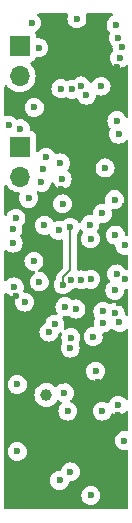
<source format=gbr>
%TF.GenerationSoftware,KiCad,Pcbnew,8.0.0*%
%TF.CreationDate,2025-08-14T01:21:05-07:00*%
%TF.ProjectId,it sure is getting hot in here,69742073-7572-4652-9069-732067657474,rev?*%
%TF.SameCoordinates,Original*%
%TF.FileFunction,Copper,L3,Inr*%
%TF.FilePolarity,Positive*%
%FSLAX46Y46*%
G04 Gerber Fmt 4.6, Leading zero omitted, Abs format (unit mm)*
G04 Created by KiCad (PCBNEW 8.0.0) date 2025-08-14 01:21:05*
%MOMM*%
%LPD*%
G01*
G04 APERTURE LIST*
%TA.AperFunction,ComponentPad*%
%ADD10R,1.700000X1.700000*%
%TD*%
%TA.AperFunction,ComponentPad*%
%ADD11O,1.700000X1.700000*%
%TD*%
%TA.AperFunction,ViaPad*%
%ADD12C,0.600000*%
%TD*%
%TA.AperFunction,ViaPad*%
%ADD13C,1.000000*%
%TD*%
%TA.AperFunction,Conductor*%
%ADD14C,0.200000*%
%TD*%
G04 APERTURE END LIST*
D10*
%TO.N,Net-(J2-Pin_1)*%
%TO.C,J2*%
X1625600Y30713600D03*
D11*
%TO.N,Net-(J2-Pin_2)*%
X1625600Y28173600D03*
%TD*%
D10*
%TO.N,Net-(J1-Pin_1)*%
%TO.C,J1*%
X1580800Y39219200D03*
D11*
%TO.N,Net-(J1-Pin_2)*%
X1580800Y36679200D03*
%TD*%
D12*
%TO.N,/SCL*%
X9654819Y16642634D03*
%TO.N,+3V3*%
X10030800Y15834200D03*
%TO.N,GND*%
X1305800Y12144200D03*
%TO.N,/SDA*%
X1380800Y4894200D03*
X7605800Y1169200D03*
X10455800Y19469200D03*
%TO.N,/SCL*%
X9780607Y19926599D03*
%TO.N,GND*%
X5130800Y10869200D03*
%TO.N,+3V3*%
X5355798Y9869200D03*
%TO.N,GND*%
X4004928Y7614469D03*
X7830800Y4994200D03*
%TO.N,+3V3*%
X5661563Y8306839D03*
%TO.N,/QSPI_SDO*%
X5905800Y14544200D03*
X7605800Y19469200D03*
%TO.N,/QSPI_SCLK*%
X6805800Y19426598D03*
X5855800Y13643824D03*
%TO.N,/QSPI_SD3*%
X6345361Y16958033D03*
X5955798Y19426550D03*
D13*
%TO.N,GND*%
X7180800Y9644200D03*
D12*
X6380248Y27574298D03*
X10240781Y34644144D03*
X8555800Y30056432D03*
D13*
X7305800Y2713244D03*
D12*
X2775420Y15394580D03*
X9855800Y37419200D03*
X800000Y20929600D03*
X4696518Y21725689D03*
X9990876Y17452373D03*
X8136431Y36729580D03*
X8082700Y29744200D03*
X8243600Y10744200D03*
X6718300Y39119200D03*
X9661074Y20970735D03*
X1244600Y18034000D03*
X1380800Y6119200D03*
X9555800Y14819200D03*
X5105800Y27124600D03*
X7820000Y9215796D03*
X4955800Y40419200D03*
X9930000Y7994200D03*
X10480800Y25719200D03*
X5860842Y15794200D03*
X1380800Y7969200D03*
X6782700Y31623000D03*
%TO.N,+3V3*%
X1118099Y18834138D03*
X10452920Y5822080D03*
X684001Y32513600D03*
X10480800Y22344200D03*
X9930800Y39919200D03*
X9805800Y32894200D03*
X1019247Y22527792D03*
X5208584Y25860239D03*
X3425343Y27678959D03*
X10036099Y38201961D03*
X1380800Y10569000D03*
X9639250Y18533410D03*
D13*
X3830800Y9669200D03*
D12*
X2005800Y17544200D03*
X5415745Y17151600D03*
X9610063Y26213537D03*
%TO.N,+1V1*%
X5866402Y23869200D03*
X5264144Y19023068D03*
%TO.N,/BATT SENSE *%
X8577184Y8315025D03*
X3255800Y19269200D03*
%TO.N,/USB_D+*%
X4560842Y15686511D03*
X5880800Y3169200D03*
%TO.N,/USB_D-*%
X4955800Y2444200D03*
X4062769Y14997723D03*
%TO.N,/SWD*%
X3680800Y24044200D03*
%TO.N,/SWCLK*%
X4866400Y23626602D03*
%TO.N,/BOOTSEL*%
X9926845Y8799116D03*
%TO.N,/QSPI_SS*%
X8005800Y11694200D03*
X8632263Y16755547D03*
%TO.N,/LEDINDICATION*%
X1630800Y32219200D03*
X9680796Y23219200D03*
%TO.N,/MAX_CS*%
X5180800Y27958845D03*
X2788449Y20996976D03*
%TO.N,Net-(U3-ISENSOR)*%
X6430800Y41519200D03*
X9740035Y41015077D03*
%TO.N,/SCLK*%
X5987579Y35545956D03*
X1261995Y24627025D03*
X3551925Y28819037D03*
%TO.N,/DRDY*%
X7580800Y22894200D03*
X9955800Y31769200D03*
%TO.N,/QSPI_SD1*%
X8660147Y15770722D03*
X7805800Y14619200D03*
%TO.N,/MISO*%
X8809123Y28900535D03*
X8464569Y35825609D03*
X2334246Y26336661D03*
%TO.N,/MOSI*%
X1008865Y23741202D03*
X5068880Y35606700D03*
X3805800Y29794200D03*
X5030800Y29319200D03*
%TO.N,Net-(J1-Pin_2)*%
X3180800Y39069200D03*
X2580800Y41169200D03*
%TO.N,Net-(U1-BIAS)*%
X2816351Y34018280D03*
X7230800Y35069200D03*
%TO.N,/MAX2_CS*%
X7530800Y24094200D03*
X6749862Y35841006D03*
%TO.N,/DRDY2*%
X8580800Y25044200D03*
X10241819Y39179199D03*
%TD*%
D14*
%TO.N,+1V1*%
X5866402Y23869200D02*
X5866402Y20231394D01*
X5866402Y20231394D02*
X5264144Y19629136D01*
X5264144Y19629136D02*
X5264144Y19023068D01*
%TD*%
%TA.AperFunction,Conductor*%
%TO.N,GND*%
G36*
X5641019Y41974015D02*
G01*
X5686774Y41921211D01*
X5696718Y41852053D01*
X5691022Y41828746D01*
X5645432Y41698458D01*
X5645430Y41698450D01*
X5625235Y41519204D01*
X5625235Y41519197D01*
X5645430Y41339951D01*
X5645431Y41339946D01*
X5705011Y41169677D01*
X5765729Y41073046D01*
X5800984Y41016938D01*
X5928538Y40889384D01*
X6081278Y40793411D01*
X6177699Y40759672D01*
X6251545Y40733832D01*
X6251550Y40733831D01*
X6430796Y40713635D01*
X6430800Y40713635D01*
X6430804Y40713635D01*
X6610049Y40733831D01*
X6610052Y40733832D01*
X6610055Y40733832D01*
X6780322Y40793411D01*
X6933062Y40889384D01*
X7060616Y41016938D01*
X7156589Y41169678D01*
X7216168Y41339945D01*
X7216169Y41339951D01*
X7236365Y41519197D01*
X7236365Y41519204D01*
X7216169Y41698450D01*
X7216167Y41698458D01*
X7170578Y41828746D01*
X7167017Y41898525D01*
X7201746Y41959152D01*
X7263739Y41991379D01*
X7287620Y41993700D01*
X9383258Y41993700D01*
X9450297Y41974015D01*
X9496052Y41921211D01*
X9505996Y41852053D01*
X9476971Y41788497D01*
X9424212Y41752658D01*
X9390513Y41740867D01*
X9237772Y41644893D01*
X9110219Y41517340D01*
X9014246Y41364601D01*
X8954666Y41194332D01*
X8954665Y41194327D01*
X8934470Y41015081D01*
X8934470Y41015074D01*
X8954665Y40835828D01*
X8954666Y40835823D01*
X9014246Y40665554D01*
X9110219Y40512815D01*
X9192699Y40430335D01*
X9226184Y40369012D01*
X9221200Y40299320D01*
X9210015Y40276687D01*
X9205009Y40268721D01*
X9145433Y40098463D01*
X9145430Y40098450D01*
X9125235Y39919204D01*
X9125235Y39919197D01*
X9145430Y39739951D01*
X9145431Y39739946D01*
X9205011Y39569677D01*
X9300984Y39416938D01*
X9404404Y39313518D01*
X9437889Y39252195D01*
X9439944Y39211957D01*
X9436254Y39179198D01*
X9436254Y39179196D01*
X9456449Y38999950D01*
X9456452Y38999937D01*
X9494367Y38891585D01*
X9497929Y38821806D01*
X9465008Y38762949D01*
X9406283Y38704224D01*
X9310310Y38551485D01*
X9250730Y38381216D01*
X9250729Y38381211D01*
X9230534Y38201965D01*
X9230534Y38201958D01*
X9250729Y38022712D01*
X9250730Y38022707D01*
X9310310Y37852438D01*
X9384825Y37733849D01*
X9406283Y37699699D01*
X9533837Y37572145D01*
X9583503Y37540938D01*
X9679359Y37480707D01*
X9686577Y37476172D01*
X9856844Y37416593D01*
X9856849Y37416592D01*
X10036095Y37396396D01*
X10036099Y37396396D01*
X10036103Y37396396D01*
X10215348Y37416592D01*
X10215351Y37416593D01*
X10215354Y37416593D01*
X10385621Y37476172D01*
X10538361Y37572145D01*
X10568619Y37602403D01*
X10629942Y37635888D01*
X10699634Y37630904D01*
X10755567Y37589032D01*
X10779984Y37523568D01*
X10780300Y37514722D01*
X10780300Y33262761D01*
X10760615Y33195722D01*
X10707811Y33149967D01*
X10638653Y33140023D01*
X10575097Y33169048D01*
X10539259Y33221805D01*
X10531590Y33243721D01*
X10435615Y33396463D01*
X10308062Y33524016D01*
X10155323Y33619989D01*
X9985054Y33679569D01*
X9985049Y33679570D01*
X9805804Y33699765D01*
X9805796Y33699765D01*
X9626550Y33679570D01*
X9626545Y33679569D01*
X9456276Y33619989D01*
X9303537Y33524016D01*
X9175984Y33396463D01*
X9080011Y33243724D01*
X9020431Y33073455D01*
X9020430Y33073450D01*
X9000235Y32894204D01*
X9000235Y32894197D01*
X9020430Y32714951D01*
X9020431Y32714946D01*
X9080011Y32544677D01*
X9148148Y32436239D01*
X9175984Y32391938D01*
X9244668Y32323254D01*
X9278152Y32261930D01*
X9273167Y32192239D01*
X9261980Y32169602D01*
X9230009Y32118721D01*
X9170433Y31948463D01*
X9170430Y31948450D01*
X9150235Y31769204D01*
X9150235Y31769197D01*
X9170430Y31589951D01*
X9170431Y31589946D01*
X9230011Y31419677D01*
X9315624Y31283426D01*
X9325984Y31266938D01*
X9453538Y31139384D01*
X9606278Y31043411D01*
X9776545Y30983832D01*
X9776550Y30983831D01*
X9955796Y30963635D01*
X9955800Y30963635D01*
X9955804Y30963635D01*
X10135049Y30983831D01*
X10135052Y30983832D01*
X10135055Y30983832D01*
X10305322Y31043411D01*
X10458062Y31139384D01*
X10568619Y31249941D01*
X10629942Y31283426D01*
X10699634Y31278442D01*
X10755567Y31236570D01*
X10779984Y31171106D01*
X10780300Y31162260D01*
X10780300Y23254777D01*
X10760615Y23187738D01*
X10707811Y23141983D01*
X10642418Y23131557D01*
X10592623Y23137167D01*
X10528208Y23164233D01*
X10488653Y23221827D01*
X10483285Y23246504D01*
X10466165Y23398450D01*
X10466164Y23398455D01*
X10411132Y23555726D01*
X10406585Y23568722D01*
X10391997Y23591938D01*
X10362610Y23638707D01*
X10310612Y23721462D01*
X10183058Y23849016D01*
X10157698Y23864951D01*
X10030319Y23944989D01*
X9860050Y24004569D01*
X9860045Y24004570D01*
X9680800Y24024765D01*
X9680792Y24024765D01*
X9501546Y24004570D01*
X9501541Y24004569D01*
X9331272Y23944989D01*
X9178533Y23849016D01*
X9050980Y23721463D01*
X8955007Y23568724D01*
X8895427Y23398455D01*
X8895426Y23398450D01*
X8875231Y23219204D01*
X8875231Y23219197D01*
X8895426Y23039951D01*
X8895427Y23039946D01*
X8955007Y22869677D01*
X8985570Y22821037D01*
X9050980Y22716938D01*
X9178534Y22589384D01*
X9331274Y22493411D01*
X9501541Y22433832D01*
X9501546Y22433831D01*
X9568973Y22426234D01*
X9633387Y22399168D01*
X9672942Y22341573D01*
X9678310Y22316898D01*
X9695430Y22164950D01*
X9695431Y22164946D01*
X9755011Y21994677D01*
X9796900Y21928012D01*
X9850984Y21841938D01*
X9978538Y21714384D01*
X10068880Y21657618D01*
X10117939Y21626792D01*
X10131278Y21618411D01*
X10181299Y21600908D01*
X10301545Y21558832D01*
X10301550Y21558831D01*
X10480796Y21538635D01*
X10480800Y21538635D01*
X10480804Y21538635D01*
X10642417Y21556844D01*
X10711239Y21544789D01*
X10762618Y21497440D01*
X10780300Y21433624D01*
X10780300Y20376909D01*
X10760615Y20309870D01*
X10707811Y20264115D01*
X10642073Y20254663D01*
X10641975Y20253789D01*
X10570507Y20261842D01*
X10506093Y20288909D01*
X10479397Y20319090D01*
X10410422Y20428862D01*
X10282869Y20556415D01*
X10130130Y20652388D01*
X9959861Y20711968D01*
X9959856Y20711969D01*
X9780611Y20732164D01*
X9780603Y20732164D01*
X9601357Y20711969D01*
X9601352Y20711968D01*
X9431083Y20652388D01*
X9278344Y20556415D01*
X9150791Y20428862D01*
X9054818Y20276123D01*
X8995238Y20105854D01*
X8995237Y20105849D01*
X8975042Y19926603D01*
X8975042Y19926596D01*
X8995237Y19747350D01*
X8995238Y19747345D01*
X9054818Y19577076D01*
X9150791Y19424337D01*
X9195869Y19379259D01*
X9229354Y19317936D01*
X9224370Y19248244D01*
X9182498Y19192311D01*
X9174163Y19186586D01*
X9136989Y19163227D01*
X9136987Y19163226D01*
X9009434Y19035673D01*
X8913461Y18882934D01*
X8853881Y18712665D01*
X8853880Y18712660D01*
X8833685Y18533414D01*
X8833685Y18533407D01*
X8853880Y18354161D01*
X8853881Y18354156D01*
X8913461Y18183887D01*
X8960925Y18108349D01*
X9009434Y18031148D01*
X9136988Y17903594D01*
X9289728Y17807621D01*
X9364618Y17781416D01*
X9459995Y17748042D01*
X9460000Y17748041D01*
X9639246Y17727845D01*
X9639250Y17727845D01*
X9639254Y17727845D01*
X9818499Y17748041D01*
X9818502Y17748042D01*
X9818505Y17748042D01*
X9988772Y17807621D01*
X10141512Y17903594D01*
X10269066Y18031148D01*
X10365039Y18183888D01*
X10424618Y18354155D01*
X10425208Y18359391D01*
X10444815Y18533407D01*
X10444815Y18533411D01*
X10444348Y18537553D01*
X10444815Y18540221D01*
X10444815Y18540374D01*
X10444842Y18540374D01*
X10456398Y18606375D01*
X10503744Y18657758D01*
X10553684Y18674664D01*
X10563303Y18675748D01*
X10641977Y18684611D01*
X10642323Y18681534D01*
X10698360Y18678141D01*
X10754748Y18636884D01*
X10779880Y18571691D01*
X10780300Y18561492D01*
X10780300Y16516140D01*
X10760615Y16449101D01*
X10707811Y16403346D01*
X10638653Y16393402D01*
X10575097Y16422427D01*
X10568619Y16428459D01*
X10533062Y16464016D01*
X10512366Y16477020D01*
X10466075Y16529355D01*
X10455118Y16595899D01*
X10460384Y16642633D01*
X10460384Y16642638D01*
X10440188Y16821884D01*
X10440187Y16821889D01*
X10380608Y16992156D01*
X10284635Y17144896D01*
X10157081Y17272450D01*
X10098812Y17309063D01*
X10004342Y17368423D01*
X9834073Y17428003D01*
X9834068Y17428004D01*
X9654823Y17448199D01*
X9654815Y17448199D01*
X9475569Y17428004D01*
X9475556Y17428001D01*
X9305297Y17368424D01*
X9305296Y17368424D01*
X9294547Y17361670D01*
X9227309Y17342675D01*
X9160475Y17363046D01*
X9140901Y17378987D01*
X9134525Y17385363D01*
X8981786Y17481336D01*
X8811517Y17540916D01*
X8811512Y17540917D01*
X8632267Y17561112D01*
X8632259Y17561112D01*
X8453013Y17540917D01*
X8453008Y17540916D01*
X8282739Y17481336D01*
X8130000Y17385363D01*
X8002447Y17257810D01*
X7906474Y17105071D01*
X7846894Y16934802D01*
X7846893Y16934797D01*
X7826698Y16755551D01*
X7826698Y16755544D01*
X7846893Y16576298D01*
X7846894Y16576293D01*
X7906474Y16406023D01*
X7968746Y16306920D01*
X7987747Y16239683D01*
X7968748Y16174976D01*
X7934355Y16120240D01*
X7874780Y15949985D01*
X7874777Y15949972D01*
X7854582Y15770726D01*
X7854582Y15770719D01*
X7874777Y15591473D01*
X7874779Y15591467D01*
X7876925Y15585334D01*
X7880488Y15515555D01*
X7845760Y15454927D01*
X7783767Y15422699D01*
X7773768Y15421157D01*
X7626549Y15404570D01*
X7626545Y15404569D01*
X7456276Y15344989D01*
X7303537Y15249016D01*
X7175984Y15121463D01*
X7080011Y14968724D01*
X7020431Y14798455D01*
X7020430Y14798450D01*
X7000235Y14619204D01*
X7000235Y14619197D01*
X7020430Y14439951D01*
X7020431Y14439946D01*
X7080011Y14269677D01*
X7165389Y14133800D01*
X7175984Y14116938D01*
X7303538Y13989384D01*
X7456278Y13893411D01*
X7626545Y13833832D01*
X7626550Y13833831D01*
X7805796Y13813635D01*
X7805800Y13813635D01*
X7805804Y13813635D01*
X7985049Y13833831D01*
X7985052Y13833832D01*
X7985055Y13833832D01*
X8155322Y13893411D01*
X8308062Y13989384D01*
X8435616Y14116938D01*
X8531589Y14269678D01*
X8591168Y14439945D01*
X8597423Y14495461D01*
X8611365Y14619197D01*
X8611365Y14619204D01*
X8591169Y14798450D01*
X8591168Y14798456D01*
X8589023Y14804584D01*
X8585457Y14874362D01*
X8620182Y14934992D01*
X8682173Y14967223D01*
X8692179Y14968766D01*
X8839396Y14985353D01*
X8839399Y14985354D01*
X8839402Y14985354D01*
X9009669Y15044933D01*
X9162409Y15140906D01*
X9289534Y15268032D01*
X9350853Y15301514D01*
X9420545Y15296530D01*
X9464893Y15268029D01*
X9528538Y15204384D01*
X9611493Y15152260D01*
X9629562Y15140906D01*
X9681278Y15108411D01*
X9829074Y15056695D01*
X9851545Y15048832D01*
X9851550Y15048831D01*
X10030796Y15028635D01*
X10030800Y15028635D01*
X10030804Y15028635D01*
X10210049Y15048831D01*
X10210052Y15048832D01*
X10210055Y15048832D01*
X10380322Y15108411D01*
X10533062Y15204384D01*
X10568619Y15239941D01*
X10629942Y15273426D01*
X10699634Y15268442D01*
X10755567Y15226570D01*
X10779984Y15161106D01*
X10780300Y15152260D01*
X10780300Y9375315D01*
X10760615Y9308276D01*
X10707811Y9262521D01*
X10638653Y9252577D01*
X10575097Y9281602D01*
X10559354Y9298000D01*
X10556664Y9301373D01*
X10556661Y9301378D01*
X10429107Y9428932D01*
X10358865Y9473068D01*
X10276368Y9524905D01*
X10106099Y9584485D01*
X10106094Y9584486D01*
X9926849Y9604681D01*
X9926841Y9604681D01*
X9747595Y9584486D01*
X9747590Y9584485D01*
X9577321Y9524905D01*
X9424582Y9428932D01*
X9297029Y9301379D01*
X9201054Y9148636D01*
X9172033Y9065699D01*
X9131311Y9008923D01*
X9066359Y8983176D01*
X8997797Y8996632D01*
X8989020Y9001660D01*
X8926707Y9040814D01*
X8756438Y9100394D01*
X8756433Y9100395D01*
X8577188Y9120590D01*
X8577180Y9120590D01*
X8397934Y9100395D01*
X8397929Y9100394D01*
X8227660Y9040814D01*
X8074921Y8944841D01*
X7947368Y8817288D01*
X7851395Y8664549D01*
X7791815Y8494280D01*
X7791814Y8494275D01*
X7771619Y8315029D01*
X7771619Y8315022D01*
X7791814Y8135776D01*
X7791815Y8135771D01*
X7851395Y7965502D01*
X7856539Y7957316D01*
X7947368Y7812763D01*
X8074922Y7685209D01*
X8227662Y7589236D01*
X8397929Y7529657D01*
X8397934Y7529656D01*
X8577180Y7509460D01*
X8577184Y7509460D01*
X8577188Y7509460D01*
X8756433Y7529656D01*
X8756436Y7529657D01*
X8756439Y7529657D01*
X8926706Y7589236D01*
X9079446Y7685209D01*
X9207000Y7812763D01*
X9302973Y7965503D01*
X9312788Y7993551D01*
X9331994Y8048441D01*
X9372715Y8105218D01*
X9437668Y8130966D01*
X9506229Y8117510D01*
X9515008Y8112482D01*
X9577323Y8073327D01*
X9747590Y8013748D01*
X9747595Y8013747D01*
X9926841Y7993551D01*
X9926845Y7993551D01*
X9926849Y7993551D01*
X10106094Y8013747D01*
X10106097Y8013748D01*
X10106100Y8013748D01*
X10276367Y8073327D01*
X10429107Y8169300D01*
X10556661Y8296854D01*
X10556666Y8296864D01*
X10559350Y8300227D01*
X10616537Y8340370D01*
X10686349Y8343222D01*
X10746620Y8307879D01*
X10778215Y8245561D01*
X10780300Y8222918D01*
X10780300Y6729131D01*
X10760615Y6662092D01*
X10707811Y6616337D01*
X10638653Y6606393D01*
X10634188Y6607222D01*
X10452924Y6627645D01*
X10452916Y6627645D01*
X10273670Y6607450D01*
X10273665Y6607449D01*
X10103396Y6547869D01*
X9950657Y6451896D01*
X9823104Y6324343D01*
X9727131Y6171604D01*
X9667551Y6001335D01*
X9667550Y6001330D01*
X9647355Y5822084D01*
X9647355Y5822077D01*
X9667550Y5642831D01*
X9667551Y5642826D01*
X9727131Y5472557D01*
X9774945Y5396462D01*
X9823104Y5319818D01*
X9950658Y5192264D01*
X10103398Y5096291D01*
X10125538Y5088544D01*
X10273665Y5036712D01*
X10273670Y5036711D01*
X10452916Y5016515D01*
X10452920Y5016515D01*
X10452924Y5016515D01*
X10639096Y5037491D01*
X10639347Y5035263D01*
X10698413Y5031660D01*
X10754782Y4990377D01*
X10779884Y4925173D01*
X10780300Y4915030D01*
X10780300Y118700D01*
X10760615Y51661D01*
X10707811Y5906D01*
X10656300Y-5300D01*
X405300Y-5300D01*
X338261Y14385D01*
X292506Y67189D01*
X281300Y118700D01*
X281300Y1169197D01*
X6800235Y1169197D01*
X6820430Y989951D01*
X6820431Y989946D01*
X6880011Y819677D01*
X6975984Y666938D01*
X7103538Y539384D01*
X7256278Y443411D01*
X7426545Y383832D01*
X7426550Y383831D01*
X7605796Y363635D01*
X7605800Y363635D01*
X7605804Y363635D01*
X7785049Y383831D01*
X7785052Y383832D01*
X7785055Y383832D01*
X7955322Y443411D01*
X8108062Y539384D01*
X8235616Y666938D01*
X8331589Y819678D01*
X8391168Y989945D01*
X8411365Y1169200D01*
X8391168Y1348455D01*
X8331589Y1518722D01*
X8235616Y1671462D01*
X8108062Y1799016D01*
X8083604Y1814384D01*
X7955323Y1894989D01*
X7785054Y1954569D01*
X7785049Y1954570D01*
X7605804Y1974765D01*
X7605796Y1974765D01*
X7426550Y1954570D01*
X7426545Y1954569D01*
X7256276Y1894989D01*
X7103537Y1799016D01*
X6975984Y1671463D01*
X6880011Y1518724D01*
X6820431Y1348455D01*
X6820430Y1348450D01*
X6800235Y1169204D01*
X6800235Y1169197D01*
X281300Y1169197D01*
X281300Y2444197D01*
X4150235Y2444197D01*
X4170430Y2264951D01*
X4170431Y2264946D01*
X4230011Y2094677D01*
X4305357Y1974765D01*
X4325984Y1941938D01*
X4453538Y1814384D01*
X4606278Y1718411D01*
X4740448Y1671463D01*
X4776545Y1658832D01*
X4776550Y1658831D01*
X4955796Y1638635D01*
X4955800Y1638635D01*
X4955804Y1638635D01*
X5135049Y1658831D01*
X5135052Y1658832D01*
X5135055Y1658832D01*
X5305322Y1718411D01*
X5458062Y1814384D01*
X5585616Y1941938D01*
X5681589Y2094678D01*
X5741168Y2264945D01*
X5741168Y2264952D01*
X5741969Y2268456D01*
X5743111Y2270499D01*
X5743468Y2271518D01*
X5743646Y2271456D01*
X5776074Y2329437D01*
X5837733Y2362299D01*
X5876746Y2364092D01*
X5880800Y2363635D01*
X5993552Y2376340D01*
X6060049Y2383831D01*
X6060052Y2383832D01*
X6060055Y2383832D01*
X6230322Y2443411D01*
X6383062Y2539384D01*
X6510616Y2666938D01*
X6606589Y2819678D01*
X6666168Y2989945D01*
X6666169Y2989951D01*
X6686365Y3169197D01*
X6686365Y3169204D01*
X6666169Y3348450D01*
X6666168Y3348455D01*
X6606588Y3518724D01*
X6510615Y3671463D01*
X6383062Y3799016D01*
X6230323Y3894989D01*
X6060054Y3954569D01*
X6060049Y3954570D01*
X5880804Y3974765D01*
X5880796Y3974765D01*
X5701550Y3954570D01*
X5701545Y3954569D01*
X5531276Y3894989D01*
X5378537Y3799016D01*
X5250984Y3671463D01*
X5155010Y3518722D01*
X5095430Y3348449D01*
X5094625Y3344922D01*
X5093480Y3342878D01*
X5093133Y3341883D01*
X5092958Y3341944D01*
X5060509Y3283948D01*
X4998844Y3251097D01*
X4959859Y3249308D01*
X4955801Y3249765D01*
X4955796Y3249765D01*
X4776550Y3229570D01*
X4776545Y3229569D01*
X4606276Y3169989D01*
X4453537Y3074016D01*
X4325984Y2946463D01*
X4230011Y2793724D01*
X4170431Y2623455D01*
X4170430Y2623450D01*
X4150235Y2444204D01*
X4150235Y2444197D01*
X281300Y2444197D01*
X281300Y4894197D01*
X575235Y4894197D01*
X595430Y4714951D01*
X595431Y4714946D01*
X655011Y4544677D01*
X750984Y4391938D01*
X878538Y4264384D01*
X1031278Y4168411D01*
X1201545Y4108832D01*
X1201550Y4108831D01*
X1380796Y4088635D01*
X1380800Y4088635D01*
X1380804Y4088635D01*
X1560049Y4108831D01*
X1560052Y4108832D01*
X1560055Y4108832D01*
X1730322Y4168411D01*
X1883062Y4264384D01*
X2010616Y4391938D01*
X2106589Y4544678D01*
X2166168Y4714945D01*
X2186365Y4894200D01*
X2182875Y4925173D01*
X2166169Y5073450D01*
X2166168Y5073455D01*
X2124595Y5192264D01*
X2106589Y5243722D01*
X2010616Y5396462D01*
X1883062Y5524016D01*
X1730323Y5619989D01*
X1560054Y5679569D01*
X1560049Y5679570D01*
X1380804Y5699765D01*
X1380796Y5699765D01*
X1201550Y5679570D01*
X1201545Y5679569D01*
X1031276Y5619989D01*
X878537Y5524016D01*
X750984Y5396463D01*
X655011Y5243724D01*
X595431Y5073455D01*
X595430Y5073450D01*
X575235Y4894204D01*
X575235Y4894197D01*
X281300Y4894197D01*
X281300Y9669200D01*
X2825459Y9669200D01*
X2844775Y9473071D01*
X2844776Y9473068D01*
X2896856Y9301383D01*
X2901988Y9284467D01*
X2994886Y9110668D01*
X2994890Y9110661D01*
X3119916Y8958317D01*
X3272260Y8833291D01*
X3272267Y8833287D01*
X3446066Y8740389D01*
X3446069Y8740389D01*
X3446073Y8740386D01*
X3634668Y8683176D01*
X3830800Y8663859D01*
X4026932Y8683176D01*
X4215527Y8740386D01*
X4389338Y8833290D01*
X4541683Y8958317D01*
X4666710Y9110662D01*
X4702483Y9177590D01*
X4751444Y9227433D01*
X4819581Y9242894D01*
X4877812Y9224131D01*
X5006276Y9143411D01*
X5006278Y9143410D01*
X5086526Y9115329D01*
X5143302Y9074608D01*
X5169049Y9009655D01*
X5155593Y8941093D01*
X5133253Y8910607D01*
X5031746Y8809100D01*
X4935774Y8656363D01*
X4876194Y8486094D01*
X4876193Y8486089D01*
X4855998Y8306843D01*
X4855998Y8306836D01*
X4876193Y8127590D01*
X4876194Y8127585D01*
X4935774Y7957316D01*
X5026603Y7812763D01*
X5031747Y7804577D01*
X5159301Y7677023D01*
X5312041Y7581050D01*
X5458914Y7529657D01*
X5482308Y7521471D01*
X5482313Y7521470D01*
X5661559Y7501274D01*
X5661563Y7501274D01*
X5661567Y7501274D01*
X5840812Y7521470D01*
X5840815Y7521471D01*
X5840818Y7521471D01*
X6011085Y7581050D01*
X6163825Y7677023D01*
X6291379Y7804577D01*
X6387352Y7957317D01*
X6446931Y8127584D01*
X6447312Y8130966D01*
X6467128Y8306836D01*
X6467128Y8306843D01*
X6446932Y8486089D01*
X6446931Y8486094D01*
X6387351Y8656363D01*
X6348145Y8718759D01*
X6291379Y8809101D01*
X6163825Y8936655D01*
X6129350Y8958317D01*
X6011083Y9032630D01*
X5930833Y9060711D01*
X5874058Y9101433D01*
X5848311Y9166386D01*
X5861768Y9234948D01*
X5884102Y9265427D01*
X5985614Y9366938D01*
X6081587Y9519678D01*
X6141166Y9689945D01*
X6141167Y9689951D01*
X6161363Y9869197D01*
X6161363Y9869204D01*
X6141167Y10048450D01*
X6141166Y10048455D01*
X6139249Y10053934D01*
X6081587Y10218722D01*
X6062463Y10249157D01*
X6007029Y10337380D01*
X5985614Y10371462D01*
X5858060Y10499016D01*
X5858058Y10499017D01*
X5705321Y10594989D01*
X5535052Y10654569D01*
X5535047Y10654570D01*
X5355802Y10674765D01*
X5355794Y10674765D01*
X5176548Y10654570D01*
X5176543Y10654569D01*
X5006274Y10594989D01*
X4853537Y10499017D01*
X4725384Y10370864D01*
X4664061Y10337380D01*
X4594369Y10342364D01*
X4546658Y10376444D01*
X4545991Y10375776D01*
X4541985Y10379782D01*
X4541856Y10379874D01*
X4541686Y10380081D01*
X4541685Y10380082D01*
X4389339Y10505110D01*
X4389332Y10505114D01*
X4215533Y10598012D01*
X4215527Y10598014D01*
X4029095Y10654568D01*
X4026929Y10655225D01*
X3830800Y10674541D01*
X3634670Y10655225D01*
X3446066Y10598012D01*
X3272267Y10505114D01*
X3272260Y10505110D01*
X3119916Y10380084D01*
X2994890Y10227740D01*
X2994886Y10227733D01*
X2901988Y10053934D01*
X2844775Y9865330D01*
X2825459Y9669200D01*
X281300Y9669200D01*
X281300Y10568997D01*
X575235Y10568997D01*
X595430Y10389751D01*
X595431Y10389746D01*
X655011Y10219477D01*
X750984Y10066738D01*
X878538Y9939184D01*
X968880Y9882418D01*
X996072Y9865332D01*
X1031278Y9843211D01*
X1201545Y9783632D01*
X1201550Y9783631D01*
X1380796Y9763435D01*
X1380800Y9763435D01*
X1380804Y9763435D01*
X1560049Y9783631D01*
X1560052Y9783632D01*
X1560055Y9783632D01*
X1730322Y9843211D01*
X1883062Y9939184D01*
X2010616Y10066738D01*
X2106589Y10219478D01*
X2166168Y10389745D01*
X2178480Y10499017D01*
X2186365Y10568997D01*
X2186365Y10569004D01*
X2166169Y10748250D01*
X2166168Y10748255D01*
X2109980Y10908831D01*
X2106589Y10918522D01*
X2010616Y11071262D01*
X1883062Y11198816D01*
X1730323Y11294789D01*
X1560054Y11354369D01*
X1560049Y11354370D01*
X1380804Y11374565D01*
X1380796Y11374565D01*
X1201550Y11354370D01*
X1201545Y11354369D01*
X1031276Y11294789D01*
X878537Y11198816D01*
X750984Y11071263D01*
X655011Y10918524D01*
X595431Y10748255D01*
X595430Y10748250D01*
X575235Y10569004D01*
X575235Y10568997D01*
X281300Y10568997D01*
X281300Y11694197D01*
X7200235Y11694197D01*
X7220430Y11514951D01*
X7220431Y11514946D01*
X7280011Y11344677D01*
X7311358Y11294789D01*
X7375984Y11191938D01*
X7503538Y11064384D01*
X7656278Y10968411D01*
X7798847Y10918524D01*
X7826545Y10908832D01*
X7826550Y10908831D01*
X8005796Y10888635D01*
X8005800Y10888635D01*
X8005804Y10888635D01*
X8185049Y10908831D01*
X8185052Y10908832D01*
X8185055Y10908832D01*
X8355322Y10968411D01*
X8508062Y11064384D01*
X8635616Y11191938D01*
X8731589Y11344678D01*
X8791168Y11514945D01*
X8811365Y11694200D01*
X8791168Y11873455D01*
X8731589Y12043722D01*
X8635616Y12196462D01*
X8508062Y12324016D01*
X8355323Y12419989D01*
X8185054Y12479569D01*
X8185049Y12479570D01*
X8005804Y12499765D01*
X8005796Y12499765D01*
X7826550Y12479570D01*
X7826545Y12479569D01*
X7656276Y12419989D01*
X7503537Y12324016D01*
X7375984Y12196463D01*
X7280011Y12043724D01*
X7220431Y11873455D01*
X7220430Y11873450D01*
X7200235Y11694204D01*
X7200235Y11694197D01*
X281300Y11694197D01*
X281300Y14997720D01*
X3257204Y14997720D01*
X3277399Y14818474D01*
X3277400Y14818469D01*
X3336980Y14648200D01*
X3355204Y14619197D01*
X3432953Y14495461D01*
X3560507Y14367907D01*
X3713247Y14271934D01*
X3883514Y14212355D01*
X3883519Y14212354D01*
X4062765Y14192158D01*
X4062769Y14192158D01*
X4062773Y14192158D01*
X4242018Y14212354D01*
X4242021Y14212355D01*
X4242024Y14212355D01*
X4412291Y14271934D01*
X4565031Y14367907D01*
X4692585Y14495461D01*
X4788558Y14648201D01*
X4848137Y14818468D01*
X4853959Y14870144D01*
X4881024Y14934555D01*
X4911201Y14961249D01*
X4986004Y15008250D01*
X5053238Y15027249D01*
X5120073Y15006881D01*
X5165287Y14953613D01*
X5174524Y14884357D01*
X5169015Y14862301D01*
X5120432Y14723458D01*
X5120430Y14723450D01*
X5100235Y14544204D01*
X5100235Y14544197D01*
X5120430Y14364951D01*
X5120433Y14364938D01*
X5180010Y14194679D01*
X5183031Y14188406D01*
X5180392Y14187136D01*
X5195809Y14132473D01*
X5176811Y14067829D01*
X5130008Y13993342D01*
X5070433Y13823087D01*
X5070430Y13823074D01*
X5050235Y13643828D01*
X5050235Y13643821D01*
X5070430Y13464575D01*
X5070431Y13464570D01*
X5130011Y13294301D01*
X5225984Y13141562D01*
X5353538Y13014008D01*
X5506278Y12918035D01*
X5676545Y12858456D01*
X5676550Y12858455D01*
X5855796Y12838259D01*
X5855800Y12838259D01*
X5855804Y12838259D01*
X6035049Y12858455D01*
X6035052Y12858456D01*
X6035055Y12858456D01*
X6205322Y12918035D01*
X6358062Y13014008D01*
X6485616Y13141562D01*
X6581589Y13294302D01*
X6641168Y13464569D01*
X6661365Y13643824D01*
X6642232Y13813635D01*
X6641169Y13823074D01*
X6641168Y13823079D01*
X6581586Y13993354D01*
X6578569Y13999619D01*
X6581213Y14000893D01*
X6565790Y14055511D01*
X6584790Y14120199D01*
X6592503Y14132473D01*
X6631589Y14194678D01*
X6691168Y14364945D01*
X6691502Y14367908D01*
X6711365Y14544197D01*
X6711365Y14544204D01*
X6691169Y14723450D01*
X6691168Y14723455D01*
X6657922Y14818467D01*
X6631589Y14893722D01*
X6535616Y15046462D01*
X6408062Y15174016D01*
X6391776Y15184249D01*
X6255323Y15269989D01*
X6085054Y15329569D01*
X6085049Y15329570D01*
X5905804Y15349765D01*
X5905796Y15349765D01*
X5726550Y15329570D01*
X5726545Y15329569D01*
X5556276Y15269989D01*
X5480640Y15222463D01*
X5413403Y15203463D01*
X5346568Y15223831D01*
X5301354Y15277099D01*
X5292117Y15346355D01*
X5297627Y15368412D01*
X5346208Y15507249D01*
X5346211Y15507262D01*
X5366407Y15686508D01*
X5366407Y15686515D01*
X5346211Y15865761D01*
X5346210Y15865766D01*
X5316740Y15949985D01*
X5286631Y16036033D01*
X5204156Y16167290D01*
X5185157Y16234525D01*
X5205525Y16301361D01*
X5258792Y16346575D01*
X5323034Y16356481D01*
X5365310Y16351718D01*
X5415743Y16346035D01*
X5415745Y16346035D01*
X5415749Y16346035D01*
X5594994Y16366231D01*
X5594995Y16366232D01*
X5595000Y16366232D01*
X5677088Y16394957D01*
X5746861Y16398519D01*
X5805720Y16365596D01*
X5843099Y16328217D01*
X5862022Y16316327D01*
X5992208Y16234525D01*
X5995839Y16232244D01*
X6120069Y16188774D01*
X6166106Y16172665D01*
X6166111Y16172664D01*
X6345357Y16152468D01*
X6345361Y16152468D01*
X6345365Y16152468D01*
X6524610Y16172664D01*
X6524613Y16172665D01*
X6524616Y16172665D01*
X6694883Y16232244D01*
X6847623Y16328217D01*
X6975177Y16455771D01*
X7071150Y16608511D01*
X7130729Y16778778D01*
X7133354Y16802077D01*
X7150926Y16958030D01*
X7150926Y16958037D01*
X7130730Y17137283D01*
X7130729Y17137288D01*
X7088557Y17257809D01*
X7071150Y17307555D01*
X7070202Y17309063D01*
X7022260Y17385363D01*
X6975177Y17460295D01*
X6847623Y17587849D01*
X6694884Y17683822D01*
X6524615Y17743402D01*
X6524610Y17743403D01*
X6345365Y17763598D01*
X6345357Y17763598D01*
X6166108Y17743402D01*
X6084019Y17714678D01*
X6014240Y17711117D01*
X5955384Y17744039D01*
X5918007Y17781416D01*
X5765268Y17877389D01*
X5594999Y17936969D01*
X5594994Y17936970D01*
X5415749Y17957165D01*
X5415741Y17957165D01*
X5236495Y17936970D01*
X5236490Y17936969D01*
X5066221Y17877389D01*
X4913482Y17781416D01*
X4785929Y17653863D01*
X4689956Y17501124D01*
X4630376Y17330855D01*
X4630375Y17330850D01*
X4610180Y17151604D01*
X4610180Y17151597D01*
X4630375Y16972351D01*
X4630376Y16972346D01*
X4689956Y16802077D01*
X4772429Y16670823D01*
X4791429Y16603586D01*
X4771061Y16536751D01*
X4717793Y16491537D01*
X4653552Y16481631D01*
X4560846Y16492076D01*
X4560838Y16492076D01*
X4381592Y16471881D01*
X4381587Y16471880D01*
X4211318Y16412300D01*
X4058579Y16316327D01*
X3931026Y16188774D01*
X3835052Y16036033D01*
X3775472Y15865761D01*
X3769651Y15814092D01*
X3742584Y15749678D01*
X3712403Y15722982D01*
X3560506Y15627539D01*
X3432953Y15499986D01*
X3336980Y15347247D01*
X3277400Y15176978D01*
X3277399Y15176973D01*
X3257204Y14997727D01*
X3257204Y14997720D01*
X281300Y14997720D01*
X281300Y18239497D01*
X300985Y18306536D01*
X353789Y18352291D01*
X422947Y18362235D01*
X486503Y18333210D01*
X492981Y18327178D01*
X615837Y18204322D01*
X768577Y18108349D01*
X814340Y18092336D01*
X938844Y18048770D01*
X938849Y18048769D01*
X1118095Y18028573D01*
X1118099Y18028573D01*
X1118100Y18028573D01*
X1125481Y18029405D01*
X1139673Y18031004D01*
X1208495Y18018950D01*
X1259875Y17971602D01*
X1277500Y17903992D01*
X1270600Y17866830D01*
X1220432Y17723458D01*
X1220430Y17723450D01*
X1200235Y17544204D01*
X1200235Y17544197D01*
X1220430Y17364951D01*
X1220431Y17364946D01*
X1280011Y17194677D01*
X1336315Y17105071D01*
X1375984Y17041938D01*
X1503538Y16914384D01*
X1593880Y16857618D01*
X1650750Y16821884D01*
X1656278Y16818411D01*
X1769540Y16778779D01*
X1826545Y16758832D01*
X1826550Y16758831D01*
X2005796Y16738635D01*
X2005800Y16738635D01*
X2005804Y16738635D01*
X2185049Y16758831D01*
X2185052Y16758832D01*
X2185055Y16758832D01*
X2355322Y16818411D01*
X2508062Y16914384D01*
X2635616Y17041938D01*
X2731589Y17194678D01*
X2791168Y17364945D01*
X2798273Y17428004D01*
X2811365Y17544197D01*
X2811365Y17544204D01*
X2791169Y17723450D01*
X2791168Y17723455D01*
X2777121Y17763598D01*
X2731589Y17893722D01*
X2725385Y17903595D01*
X2635615Y18046463D01*
X2508062Y18174016D01*
X2355323Y18269989D01*
X2185054Y18329569D01*
X2185049Y18329570D01*
X2005804Y18349765D01*
X2005801Y18349765D01*
X2005800Y18349765D01*
X2001550Y18349287D01*
X1984220Y18347334D01*
X1915399Y18359391D01*
X1864021Y18406741D01*
X1846398Y18474352D01*
X1853299Y18511510D01*
X1903465Y18654876D01*
X1903468Y18654889D01*
X1923664Y18834135D01*
X1923664Y18834142D01*
X1903468Y19013388D01*
X1903467Y19013393D01*
X1876678Y19089951D01*
X1843888Y19183660D01*
X1842049Y19186586D01*
X1790137Y19269204D01*
X1747915Y19336400D01*
X1620361Y19463954D01*
X1522682Y19525330D01*
X1467622Y19559927D01*
X1297353Y19619507D01*
X1297348Y19619508D01*
X1118103Y19639703D01*
X1118095Y19639703D01*
X938849Y19619508D01*
X938844Y19619507D01*
X768575Y19559927D01*
X615836Y19463954D01*
X492981Y19341098D01*
X431658Y19307613D01*
X361966Y19312597D01*
X306033Y19354469D01*
X281616Y19419933D01*
X281300Y19428779D01*
X281300Y20996973D01*
X1982884Y20996973D01*
X2003079Y20817727D01*
X2003080Y20817722D01*
X2062660Y20647453D01*
X2135524Y20531492D01*
X2158633Y20494714D01*
X2286187Y20367160D01*
X2343947Y20330867D01*
X2433232Y20274765D01*
X2438927Y20271187D01*
X2550451Y20232163D01*
X2609194Y20211608D01*
X2609199Y20211607D01*
X2788445Y20191411D01*
X2788468Y20191411D01*
X2788482Y20191407D01*
X2795368Y20190631D01*
X2795232Y20189425D01*
X2855507Y20171726D01*
X2901262Y20118922D01*
X2911206Y20049764D01*
X2882181Y19986208D01*
X2854440Y19962417D01*
X2753537Y19899016D01*
X2625984Y19771463D01*
X2530011Y19618724D01*
X2470431Y19448455D01*
X2470430Y19448450D01*
X2450235Y19269204D01*
X2450235Y19269197D01*
X2470430Y19089951D01*
X2470431Y19089946D01*
X2530011Y18919677D01*
X2577680Y18843813D01*
X2625984Y18766938D01*
X2753538Y18639384D01*
X2906278Y18543411D01*
X2997446Y18511510D01*
X3076545Y18483832D01*
X3076550Y18483831D01*
X3255796Y18463635D01*
X3255800Y18463635D01*
X3255804Y18463635D01*
X3435049Y18483831D01*
X3435052Y18483832D01*
X3435055Y18483832D01*
X3605322Y18543411D01*
X3758062Y18639384D01*
X3885616Y18766938D01*
X3981589Y18919678D01*
X4041168Y19089945D01*
X4051727Y19183660D01*
X4061365Y19269197D01*
X4061365Y19269204D01*
X4041169Y19448450D01*
X4041168Y19448455D01*
X4009681Y19538440D01*
X3981589Y19618722D01*
X3981096Y19619506D01*
X3925372Y19708191D01*
X3885616Y19771462D01*
X3758062Y19899016D01*
X3714158Y19926603D01*
X3605323Y19994989D01*
X3435054Y20054569D01*
X3435049Y20054570D01*
X3255804Y20074765D01*
X3255781Y20074765D01*
X3255766Y20074770D01*
X3248881Y20075545D01*
X3249016Y20076752D01*
X3188742Y20094450D01*
X3142987Y20147254D01*
X3133043Y20216412D01*
X3162068Y20279968D01*
X3189809Y20303759D01*
X3195026Y20307037D01*
X3290711Y20367160D01*
X3418265Y20494714D01*
X3514238Y20647454D01*
X3573817Y20817721D01*
X3594014Y20996976D01*
X3573817Y21176231D01*
X3514238Y21346498D01*
X3418265Y21499238D01*
X3290711Y21626792D01*
X3137972Y21722765D01*
X2967703Y21782345D01*
X2967698Y21782346D01*
X2788453Y21802541D01*
X2788445Y21802541D01*
X2609199Y21782346D01*
X2609194Y21782345D01*
X2438925Y21722765D01*
X2286186Y21626792D01*
X2158633Y21499239D01*
X2062660Y21346500D01*
X2003080Y21176231D01*
X2003079Y21176226D01*
X1982884Y20996980D01*
X1982884Y20996973D01*
X281300Y20996973D01*
X281300Y21834299D01*
X300985Y21901338D01*
X353789Y21947093D01*
X422947Y21957037D01*
X486503Y21928012D01*
X492981Y21921980D01*
X516985Y21897976D01*
X606169Y21841938D01*
X668868Y21802541D01*
X669725Y21802003D01*
X839992Y21742424D01*
X839997Y21742423D01*
X1019243Y21722227D01*
X1019247Y21722227D01*
X1019251Y21722227D01*
X1198496Y21742423D01*
X1198499Y21742424D01*
X1198502Y21742424D01*
X1368769Y21802003D01*
X1521509Y21897976D01*
X1649063Y22025530D01*
X1745036Y22178270D01*
X1804615Y22348537D01*
X1811979Y22413894D01*
X1824812Y22527789D01*
X1824812Y22527796D01*
X1804616Y22707042D01*
X1804615Y22707047D01*
X1801154Y22716938D01*
X1745036Y22877314D01*
X1710537Y22932218D01*
X1705829Y22939712D01*
X1649063Y23030054D01*
X1627110Y23052007D01*
X1593625Y23113330D01*
X1598609Y23183022D01*
X1627110Y23227369D01*
X1638681Y23238940D01*
X1734654Y23391680D01*
X1794233Y23561947D01*
X1794234Y23561953D01*
X1814430Y23741199D01*
X1814430Y23741206D01*
X1794234Y23920452D01*
X1794233Y23920454D01*
X1794233Y23920457D01*
X1792300Y23925979D01*
X1788738Y23995756D01*
X1815833Y24044197D01*
X2875235Y24044197D01*
X2895430Y23864951D01*
X2895431Y23864946D01*
X2955011Y23694677D01*
X2974460Y23663725D01*
X3050984Y23541938D01*
X3178538Y23414384D01*
X3331278Y23318411D01*
X3444563Y23278771D01*
X3501545Y23258832D01*
X3501550Y23258831D01*
X3680796Y23238635D01*
X3680800Y23238635D01*
X3680804Y23238635D01*
X3860049Y23258831D01*
X3860051Y23258832D01*
X3860055Y23258832D01*
X3860058Y23258834D01*
X3860062Y23258834D01*
X4006105Y23309937D01*
X4075884Y23313499D01*
X4136511Y23278771D01*
X4152054Y23258868D01*
X4225498Y23141983D01*
X4236584Y23124340D01*
X4364138Y22996786D01*
X4516878Y22900813D01*
X4683330Y22842569D01*
X4687145Y22841234D01*
X4687150Y22841233D01*
X4866396Y22821037D01*
X4866400Y22821037D01*
X4866404Y22821037D01*
X5045649Y22841233D01*
X5045651Y22841234D01*
X5045655Y22841234D01*
X5045658Y22841236D01*
X5045662Y22841236D01*
X5100947Y22860581D01*
X5170725Y22864144D01*
X5231353Y22829415D01*
X5263580Y22767422D01*
X5265902Y22743540D01*
X5265902Y20531492D01*
X5246217Y20464453D01*
X5229583Y20443811D01*
X4783626Y19997855D01*
X4783624Y19997853D01*
X4783624Y19997852D01*
X4738503Y19919700D01*
X4704567Y19860921D01*
X4663643Y19708193D01*
X4663643Y19708191D01*
X4663643Y19605479D01*
X4643958Y19538440D01*
X4636589Y19528165D01*
X4634328Y19525331D01*
X4538355Y19372592D01*
X4478775Y19202323D01*
X4478774Y19202318D01*
X4458579Y19023072D01*
X4458579Y19023065D01*
X4478774Y18843819D01*
X4478775Y18843814D01*
X4538355Y18673545D01*
X4580561Y18606375D01*
X4634328Y18520806D01*
X4761882Y18393252D01*
X4827071Y18352291D01*
X4899889Y18306536D01*
X4914622Y18297279D01*
X5079753Y18239497D01*
X5084889Y18237700D01*
X5084894Y18237699D01*
X5264140Y18217503D01*
X5264144Y18217503D01*
X5264148Y18217503D01*
X5443393Y18237699D01*
X5443396Y18237700D01*
X5443399Y18237700D01*
X5613666Y18297279D01*
X5766406Y18393252D01*
X5893960Y18520806D01*
X5925222Y18570560D01*
X5977553Y18616848D01*
X6016331Y18627806D01*
X6050578Y18631665D01*
X6135047Y18641181D01*
X6135050Y18641182D01*
X6135053Y18641182D01*
X6305320Y18700761D01*
X6314865Y18706760D01*
X6382098Y18725759D01*
X6446807Y18706759D01*
X6456274Y18700811D01*
X6456275Y18700811D01*
X6456278Y18700809D01*
X6579311Y18657758D01*
X6626545Y18641230D01*
X6626550Y18641229D01*
X6805796Y18621033D01*
X6805800Y18621033D01*
X6805804Y18621033D01*
X6985049Y18641229D01*
X6985052Y18641230D01*
X6985055Y18641230D01*
X7155322Y18700809D01*
X7184419Y18719093D01*
X7251655Y18738093D01*
X7291346Y18731140D01*
X7426537Y18683834D01*
X7426543Y18683833D01*
X7426545Y18683832D01*
X7426546Y18683832D01*
X7426550Y18683831D01*
X7605796Y18663635D01*
X7605800Y18663635D01*
X7605804Y18663635D01*
X7785049Y18683831D01*
X7785052Y18683832D01*
X7785055Y18683832D01*
X7955322Y18743411D01*
X8108062Y18839384D01*
X8235616Y18966938D01*
X8331589Y19119678D01*
X8391168Y19289945D01*
X8391169Y19289951D01*
X8411365Y19469197D01*
X8411365Y19469204D01*
X8391169Y19648450D01*
X8391168Y19648455D01*
X8348126Y19771462D01*
X8331589Y19818722D01*
X8235616Y19971462D01*
X8108062Y20099016D01*
X8023123Y20152387D01*
X7955323Y20194989D01*
X7785054Y20254569D01*
X7785049Y20254570D01*
X7605804Y20274765D01*
X7605796Y20274765D01*
X7426550Y20254570D01*
X7426537Y20254567D01*
X7256280Y20194991D01*
X7227178Y20176705D01*
X7159941Y20157706D01*
X7120253Y20164659D01*
X6985062Y20211965D01*
X6985049Y20211968D01*
X6805804Y20232163D01*
X6805796Y20232163D01*
X6626546Y20211967D01*
X6619756Y20210417D01*
X6619128Y20213167D01*
X6562027Y20210276D01*
X6501414Y20245030D01*
X6469213Y20307037D01*
X6466902Y20330867D01*
X6466902Y23286788D01*
X6486587Y23353827D01*
X6493957Y23364103D01*
X6496212Y23366933D01*
X6496218Y23366938D01*
X6592191Y23519678D01*
X6633841Y23638708D01*
X6674563Y23695483D01*
X6739515Y23721231D01*
X6808077Y23707775D01*
X6855876Y23663725D01*
X6900979Y23591944D01*
X6900984Y23591938D01*
X6937196Y23555726D01*
X6970681Y23494403D01*
X6965697Y23424711D01*
X6954509Y23402073D01*
X6855011Y23243724D01*
X6795431Y23073455D01*
X6795430Y23073450D01*
X6775235Y22894204D01*
X6775235Y22894197D01*
X6795430Y22714951D01*
X6795431Y22714946D01*
X6855011Y22544677D01*
X6887224Y22493411D01*
X6950984Y22391938D01*
X7078538Y22264384D01*
X7160290Y22213016D01*
X7215587Y22178270D01*
X7231278Y22168411D01*
X7401545Y22108832D01*
X7401550Y22108831D01*
X7580796Y22088635D01*
X7580800Y22088635D01*
X7580804Y22088635D01*
X7760049Y22108831D01*
X7760052Y22108832D01*
X7760055Y22108832D01*
X7930322Y22168411D01*
X8083062Y22264384D01*
X8210616Y22391938D01*
X8306589Y22544678D01*
X8366168Y22714945D01*
X8380397Y22841233D01*
X8386365Y22894197D01*
X8386365Y22894204D01*
X8366169Y23073450D01*
X8366168Y23073455D01*
X8352215Y23113330D01*
X8306589Y23243722D01*
X8297095Y23258831D01*
X8237405Y23353827D01*
X8210616Y23396462D01*
X8174403Y23432675D01*
X8140918Y23493998D01*
X8145902Y23563690D01*
X8157091Y23586329D01*
X8160614Y23591937D01*
X8160616Y23591938D01*
X8241856Y23721231D01*
X8256588Y23744676D01*
X8298672Y23864945D01*
X8316168Y23914945D01*
X8316169Y23914951D01*
X8336365Y24094197D01*
X8336365Y24094200D01*
X8334148Y24113874D01*
X8346201Y24182694D01*
X8393549Y24234074D01*
X8461159Y24251700D01*
X8471252Y24250978D01*
X8580797Y24238635D01*
X8580800Y24238635D01*
X8580804Y24238635D01*
X8760049Y24258831D01*
X8760052Y24258832D01*
X8760055Y24258832D01*
X8930322Y24318411D01*
X9083062Y24414384D01*
X9210616Y24541938D01*
X9306589Y24694678D01*
X9366168Y24864945D01*
X9366169Y24864951D01*
X9386365Y25044197D01*
X9386365Y25044204D01*
X9366169Y25223450D01*
X9366166Y25223463D01*
X9354122Y25257883D01*
X9350560Y25327662D01*
X9385288Y25388289D01*
X9447282Y25420517D01*
X9485045Y25422058D01*
X9533057Y25416649D01*
X9610060Y25407972D01*
X9610063Y25407972D01*
X9610067Y25407972D01*
X9789312Y25428168D01*
X9789315Y25428169D01*
X9789318Y25428169D01*
X9959585Y25487748D01*
X10112325Y25583721D01*
X10239879Y25711275D01*
X10335852Y25864015D01*
X10395431Y26034282D01*
X10396018Y26039489D01*
X10415628Y26213534D01*
X10415628Y26213541D01*
X10395432Y26392787D01*
X10395431Y26392792D01*
X10335851Y26563061D01*
X10239878Y26715800D01*
X10112325Y26843353D01*
X9959586Y26939326D01*
X9789317Y26998906D01*
X9789312Y26998907D01*
X9610067Y27019102D01*
X9610059Y27019102D01*
X9430813Y26998907D01*
X9430808Y26998906D01*
X9260539Y26939326D01*
X9107800Y26843353D01*
X8980247Y26715800D01*
X8884274Y26563061D01*
X8824694Y26392792D01*
X8824693Y26392787D01*
X8804498Y26213541D01*
X8804498Y26213534D01*
X8824693Y26034288D01*
X8824696Y26034277D01*
X8836741Y25999853D01*
X8840302Y25930074D01*
X8805572Y25869447D01*
X8743579Y25837221D01*
X8705816Y25835680D01*
X8580804Y25849765D01*
X8580796Y25849765D01*
X8401550Y25829570D01*
X8401545Y25829569D01*
X8231276Y25769989D01*
X8078537Y25674016D01*
X7950984Y25546463D01*
X7855011Y25393724D01*
X7795431Y25223455D01*
X7795430Y25223450D01*
X7775235Y25044204D01*
X7775235Y25044195D01*
X7777451Y25024525D01*
X7765396Y24955703D01*
X7718046Y24904325D01*
X7650436Y24886701D01*
X7640348Y24887423D01*
X7530804Y24899765D01*
X7530796Y24899765D01*
X7351550Y24879570D01*
X7351545Y24879569D01*
X7181276Y24819989D01*
X7028537Y24724016D01*
X6900984Y24596463D01*
X6805008Y24443720D01*
X6763359Y24324693D01*
X6722637Y24267917D01*
X6657684Y24242170D01*
X6589123Y24255627D01*
X6541324Y24299676D01*
X6529552Y24318411D01*
X6496218Y24371462D01*
X6368664Y24499016D01*
X6215925Y24594989D01*
X6045656Y24654569D01*
X6045651Y24654570D01*
X5866406Y24674765D01*
X5866398Y24674765D01*
X5687152Y24654570D01*
X5687147Y24654569D01*
X5516878Y24594989D01*
X5364139Y24499016D01*
X5364138Y24499015D01*
X5272194Y24407072D01*
X5210871Y24373588D01*
X5143559Y24377712D01*
X5045654Y24411971D01*
X5045649Y24411972D01*
X4866404Y24432167D01*
X4866396Y24432167D01*
X4687150Y24411972D01*
X4687142Y24411970D01*
X4541093Y24360865D01*
X4471314Y24357304D01*
X4410687Y24392033D01*
X4395145Y24411935D01*
X4372628Y24447771D01*
X4310616Y24546462D01*
X4183062Y24674016D01*
X4103488Y24724016D01*
X4030323Y24769989D01*
X3860054Y24829569D01*
X3860049Y24829570D01*
X3680804Y24849765D01*
X3680796Y24849765D01*
X3501550Y24829570D01*
X3501545Y24829569D01*
X3331276Y24769989D01*
X3178537Y24674016D01*
X3050984Y24546463D01*
X2955011Y24393724D01*
X2895431Y24223455D01*
X2895430Y24223450D01*
X2875235Y24044204D01*
X2875235Y24044197D01*
X1815833Y24044197D01*
X1821659Y24054612D01*
X1891811Y24124763D01*
X1987784Y24277503D01*
X2047363Y24447770D01*
X2058483Y24546463D01*
X2067560Y24627022D01*
X2067560Y24627029D01*
X2047364Y24806275D01*
X2047363Y24806280D01*
X2026833Y24864951D01*
X1987784Y24976547D01*
X1891811Y25129287D01*
X1764257Y25256841D01*
X1762599Y25257883D01*
X1611518Y25352814D01*
X1441249Y25412394D01*
X1441244Y25412395D01*
X1261999Y25432590D01*
X1261991Y25432590D01*
X1082745Y25412395D01*
X1082740Y25412394D01*
X912471Y25352814D01*
X759732Y25256841D01*
X632179Y25129288D01*
X536206Y24976548D01*
X522342Y24936926D01*
X481620Y24880150D01*
X416667Y24854403D01*
X348105Y24867859D01*
X297703Y24916247D01*
X281300Y24977881D01*
X281300Y27345656D01*
X300985Y27412695D01*
X353789Y27458450D01*
X422947Y27468394D01*
X486503Y27439369D01*
X506875Y27416779D01*
X568317Y27329030D01*
X587105Y27302199D01*
X754199Y27135105D01*
X850984Y27067335D01*
X947765Y26999568D01*
X947767Y26999567D01*
X947770Y26999565D01*
X1161937Y26899697D01*
X1390192Y26838537D01*
X1494777Y26829387D01*
X1559845Y26803934D01*
X1600824Y26747344D01*
X1604702Y26677582D01*
X1601011Y26664904D01*
X1548877Y26515916D01*
X1548876Y26515911D01*
X1528681Y26336665D01*
X1528681Y26336658D01*
X1548876Y26157412D01*
X1548877Y26157407D01*
X1608457Y25987138D01*
X1694775Y25849765D01*
X1704430Y25834399D01*
X1831984Y25706845D01*
X1984724Y25610872D01*
X2154991Y25551293D01*
X2154996Y25551292D01*
X2334242Y25531096D01*
X2334246Y25531096D01*
X2334250Y25531096D01*
X2513495Y25551292D01*
X2513498Y25551293D01*
X2513501Y25551293D01*
X2683768Y25610872D01*
X2836508Y25706845D01*
X2964062Y25834399D01*
X2980296Y25860236D01*
X4403019Y25860236D01*
X4423214Y25680990D01*
X4423215Y25680985D01*
X4482795Y25510716D01*
X4497227Y25487748D01*
X4578768Y25357977D01*
X4706322Y25230423D01*
X4859062Y25134450D01*
X5029329Y25074871D01*
X5029334Y25074870D01*
X5208580Y25054674D01*
X5208584Y25054674D01*
X5208588Y25054674D01*
X5387833Y25074870D01*
X5387836Y25074871D01*
X5387839Y25074871D01*
X5558106Y25134450D01*
X5710846Y25230423D01*
X5838400Y25357977D01*
X5934373Y25510717D01*
X5993952Y25680984D01*
X6002456Y25756458D01*
X6014149Y25860236D01*
X6014149Y25860243D01*
X5993953Y26039489D01*
X5993952Y26039494D01*
X5952692Y26157407D01*
X5934373Y26209761D01*
X5932002Y26213534D01*
X5838399Y26362502D01*
X5710846Y26490055D01*
X5558107Y26586028D01*
X5387838Y26645608D01*
X5387833Y26645609D01*
X5208588Y26665804D01*
X5208580Y26665804D01*
X5029334Y26645609D01*
X5029329Y26645608D01*
X4859060Y26586028D01*
X4706321Y26490055D01*
X4578768Y26362502D01*
X4482795Y26209763D01*
X4423215Y26039494D01*
X4423214Y26039489D01*
X4403019Y25860243D01*
X4403019Y25860236D01*
X2980296Y25860236D01*
X3060035Y25987139D01*
X3119614Y26157406D01*
X3125938Y26213534D01*
X3139811Y26336658D01*
X3139811Y26336665D01*
X3119615Y26515911D01*
X3119614Y26515916D01*
X3060034Y26686186D01*
X3029085Y26735439D01*
X3010084Y26802675D01*
X3030451Y26869511D01*
X3083718Y26914725D01*
X3152974Y26923964D01*
X3175032Y26918454D01*
X3246085Y26893592D01*
X3246088Y26893591D01*
X3246089Y26893591D01*
X3246093Y26893590D01*
X3425339Y26873394D01*
X3425343Y26873394D01*
X3425347Y26873394D01*
X3604592Y26893590D01*
X3604595Y26893591D01*
X3604598Y26893591D01*
X3774865Y26953170D01*
X3927605Y27049143D01*
X4055159Y27176697D01*
X4151132Y27329437D01*
X4210711Y27499704D01*
X4218850Y27571938D01*
X4245916Y27636352D01*
X4303511Y27675907D01*
X4373348Y27678045D01*
X4433254Y27642087D01*
X4453789Y27611860D01*
X4455011Y27609323D01*
X4550984Y27456583D01*
X4678538Y27329029D01*
X4831278Y27233056D01*
X4992343Y27176697D01*
X5001545Y27173477D01*
X5001550Y27173476D01*
X5180796Y27153280D01*
X5180800Y27153280D01*
X5180804Y27153280D01*
X5360049Y27173476D01*
X5360052Y27173477D01*
X5360055Y27173477D01*
X5530322Y27233056D01*
X5683062Y27329029D01*
X5810616Y27456583D01*
X5906589Y27609323D01*
X5966168Y27779590D01*
X5986365Y27958845D01*
X5976796Y28043769D01*
X5966169Y28138095D01*
X5966168Y28138100D01*
X5948280Y28189221D01*
X5906589Y28308367D01*
X5810616Y28461107D01*
X5683062Y28588661D01*
X5660743Y28602685D01*
X5614453Y28655020D01*
X5603806Y28724074D01*
X5632182Y28787922D01*
X5639013Y28795336D01*
X5660616Y28816938D01*
X5713142Y28900532D01*
X8003558Y28900532D01*
X8023753Y28721286D01*
X8023754Y28721281D01*
X8083334Y28551012D01*
X8172562Y28409008D01*
X8179307Y28398273D01*
X8306861Y28270719D01*
X8397203Y28213953D01*
X8440878Y28186510D01*
X8459601Y28174746D01*
X8564344Y28138095D01*
X8629868Y28115167D01*
X8629873Y28115166D01*
X8809119Y28094970D01*
X8809123Y28094970D01*
X8809127Y28094970D01*
X8988372Y28115166D01*
X8988375Y28115167D01*
X8988378Y28115167D01*
X9158645Y28174746D01*
X9311385Y28270719D01*
X9438939Y28398273D01*
X9534912Y28551013D01*
X9594491Y28721280D01*
X9605269Y28816938D01*
X9614688Y28900532D01*
X9614688Y28900539D01*
X9594492Y29079785D01*
X9594491Y29079790D01*
X9573442Y29139945D01*
X9534912Y29250057D01*
X9526493Y29263455D01*
X9485360Y29328919D01*
X9438939Y29402797D01*
X9311385Y29530351D01*
X9176755Y29614945D01*
X9158646Y29626324D01*
X8988377Y29685904D01*
X8988372Y29685905D01*
X8809127Y29706100D01*
X8809119Y29706100D01*
X8629873Y29685905D01*
X8629868Y29685904D01*
X8459599Y29626324D01*
X8306860Y29530351D01*
X8179307Y29402798D01*
X8083334Y29250059D01*
X8023754Y29079790D01*
X8023753Y29079785D01*
X8003558Y28900539D01*
X8003558Y28900532D01*
X5713142Y28900532D01*
X5756589Y28969678D01*
X5816168Y29139945D01*
X5822392Y29195182D01*
X5836365Y29319197D01*
X5836365Y29319204D01*
X5816169Y29498450D01*
X5816168Y29498455D01*
X5775406Y29614945D01*
X5756589Y29668722D01*
X5745793Y29685903D01*
X5677746Y29794200D01*
X5660616Y29821462D01*
X5533062Y29949016D01*
X5474710Y29985681D01*
X5380323Y30044989D01*
X5210054Y30104569D01*
X5210049Y30104570D01*
X5030804Y30124765D01*
X5030796Y30124765D01*
X4851550Y30104570D01*
X4851545Y30104569D01*
X4695739Y30050049D01*
X4625960Y30046488D01*
X4565332Y30081217D01*
X4537742Y30126137D01*
X4531588Y30143724D01*
X4435615Y30296463D01*
X4308062Y30424016D01*
X4155323Y30519989D01*
X3985054Y30579569D01*
X3985049Y30579570D01*
X3805804Y30599765D01*
X3805796Y30599765D01*
X3626550Y30579570D01*
X3626545Y30579569D01*
X3456276Y30519989D01*
X3303539Y30424017D01*
X3187780Y30308258D01*
X3126457Y30274774D01*
X3056765Y30279758D01*
X3000832Y30321630D01*
X2976415Y30387094D01*
X2976099Y30395922D01*
X2976099Y31611472D01*
X2969691Y31671083D01*
X2933094Y31769204D01*
X2919397Y31805929D01*
X2919393Y31805936D01*
X2833147Y31921145D01*
X2833144Y31921148D01*
X2717935Y32007394D01*
X2717928Y32007398D01*
X2583082Y32057692D01*
X2583084Y32057692D01*
X2544059Y32061887D01*
X2479508Y32088625D01*
X2439660Y32146018D01*
X2434095Y32199059D01*
X2436365Y32219200D01*
X2416902Y32391938D01*
X2416169Y32398450D01*
X2416168Y32398455D01*
X2413134Y32407125D01*
X2356589Y32568722D01*
X2260616Y32721462D01*
X2133062Y32849016D01*
X2061157Y32894197D01*
X1980323Y32944989D01*
X1810054Y33004569D01*
X1810049Y33004570D01*
X1630804Y33024765D01*
X1630796Y33024765D01*
X1451546Y33004569D01*
X1451545Y33004569D01*
X1431424Y32997528D01*
X1361646Y32993967D01*
X1302790Y33026889D01*
X1186263Y33143416D01*
X1033524Y33239389D01*
X863255Y33298969D01*
X863250Y33298970D01*
X684005Y33319165D01*
X683997Y33319165D01*
X504751Y33298970D01*
X504738Y33298967D01*
X446255Y33278502D01*
X376476Y33274940D01*
X315849Y33309668D01*
X283621Y33371662D01*
X281300Y33395543D01*
X281300Y34018277D01*
X2010786Y34018277D01*
X2030981Y33839031D01*
X2030982Y33839026D01*
X2090562Y33668757D01*
X2186535Y33516018D01*
X2314089Y33388464D01*
X2404431Y33331698D01*
X2456522Y33298967D01*
X2466829Y33292491D01*
X2606197Y33243724D01*
X2637096Y33232912D01*
X2637101Y33232911D01*
X2816347Y33212715D01*
X2816351Y33212715D01*
X2816355Y33212715D01*
X2995600Y33232911D01*
X2995603Y33232912D01*
X2995606Y33232912D01*
X3165873Y33292491D01*
X3318613Y33388464D01*
X3446167Y33516018D01*
X3542140Y33668758D01*
X3601719Y33839025D01*
X3621916Y34018280D01*
X3601719Y34197535D01*
X3542140Y34367802D01*
X3446167Y34520542D01*
X3318613Y34648096D01*
X3204693Y34719677D01*
X3165874Y34744069D01*
X2995605Y34803649D01*
X2995600Y34803650D01*
X2816355Y34823845D01*
X2816347Y34823845D01*
X2637101Y34803650D01*
X2637096Y34803649D01*
X2466827Y34744069D01*
X2314088Y34648096D01*
X2186535Y34520543D01*
X2090562Y34367804D01*
X2030982Y34197535D01*
X2030981Y34197530D01*
X2010786Y34018284D01*
X2010786Y34018277D01*
X281300Y34018277D01*
X281300Y35787275D01*
X300985Y35854314D01*
X353789Y35900069D01*
X422947Y35910013D01*
X486503Y35880988D01*
X506875Y35858398D01*
X542300Y35807805D01*
X542305Y35807799D01*
X709399Y35640705D01*
X806184Y35572935D01*
X902965Y35505168D01*
X902967Y35505167D01*
X902970Y35505165D01*
X1117137Y35405297D01*
X1345392Y35344137D01*
X1533718Y35327661D01*
X1580799Y35323541D01*
X1580800Y35323541D01*
X1580801Y35323541D01*
X1620034Y35326974D01*
X1816208Y35344137D01*
X2044463Y35405297D01*
X2258630Y35505165D01*
X2403633Y35606697D01*
X4263315Y35606697D01*
X4283510Y35427451D01*
X4283511Y35427446D01*
X4343091Y35257177D01*
X4407068Y35155359D01*
X4439064Y35104438D01*
X4566618Y34976884D01*
X4576570Y34970631D01*
X4718485Y34881459D01*
X4719358Y34880911D01*
X4881552Y34824157D01*
X4889625Y34821332D01*
X4889630Y34821331D01*
X5068876Y34801135D01*
X5068880Y34801135D01*
X5068884Y34801135D01*
X5248129Y34821331D01*
X5248131Y34821332D01*
X5248135Y34821332D01*
X5248138Y34821334D01*
X5248142Y34821334D01*
X5299180Y34839194D01*
X5418402Y34880911D01*
X5418411Y34880918D01*
X5424679Y34883934D01*
X5425870Y34881459D01*
X5481084Y34897096D01*
X5545863Y34878097D01*
X5638057Y34820167D01*
X5808318Y34760590D01*
X5808324Y34760588D01*
X5808329Y34760587D01*
X5987575Y34740391D01*
X5987579Y34740391D01*
X5987583Y34740391D01*
X6166828Y34760587D01*
X6166830Y34760588D01*
X6166834Y34760588D01*
X6166837Y34760590D01*
X6166841Y34760590D01*
X6338325Y34820595D01*
X6408104Y34824157D01*
X6468731Y34789429D01*
X6496321Y34744509D01*
X6505008Y34719681D01*
X6600984Y34566938D01*
X6728538Y34439384D01*
X6881278Y34343411D01*
X7051545Y34283832D01*
X7051550Y34283831D01*
X7230796Y34263635D01*
X7230800Y34263635D01*
X7230804Y34263635D01*
X7410049Y34283831D01*
X7410052Y34283832D01*
X7410055Y34283832D01*
X7580322Y34343411D01*
X7733062Y34439384D01*
X7860616Y34566938D01*
X7956589Y34719678D01*
X8016168Y34889945D01*
X8019120Y34916140D01*
X8025259Y34970631D01*
X8052325Y35035046D01*
X8109919Y35074601D01*
X8179756Y35076740D01*
X8189434Y35073790D01*
X8285306Y35040243D01*
X8285312Y35040242D01*
X8285314Y35040241D01*
X8285315Y35040241D01*
X8285319Y35040240D01*
X8464565Y35020044D01*
X8464569Y35020044D01*
X8464573Y35020044D01*
X8643818Y35040240D01*
X8643821Y35040241D01*
X8643824Y35040241D01*
X8814091Y35099820D01*
X8966831Y35195793D01*
X9094385Y35323347D01*
X9190358Y35476087D01*
X9249937Y35646354D01*
X9249938Y35646360D01*
X9270134Y35825606D01*
X9270134Y35825613D01*
X9249938Y36004859D01*
X9249937Y36004864D01*
X9244549Y36020261D01*
X9190358Y36175131D01*
X9180683Y36190528D01*
X9094384Y36327872D01*
X8966831Y36455425D01*
X8814092Y36551398D01*
X8643823Y36610978D01*
X8643818Y36610979D01*
X8464573Y36631174D01*
X8464565Y36631174D01*
X8285319Y36610979D01*
X8285314Y36610978D01*
X8115045Y36551398D01*
X7962306Y36455425D01*
X7834753Y36327872D01*
X7738778Y36175130D01*
X7726950Y36141326D01*
X7686228Y36084551D01*
X7621275Y36058804D01*
X7552713Y36072261D01*
X7502311Y36120649D01*
X7492867Y36141328D01*
X7475651Y36190528D01*
X7434787Y36255562D01*
X7379678Y36343268D01*
X7252124Y36470822D01*
X7252122Y36470823D01*
X7099385Y36566795D01*
X6929116Y36626375D01*
X6929111Y36626376D01*
X6749866Y36646571D01*
X6749858Y36646571D01*
X6570612Y36626376D01*
X6570607Y36626375D01*
X6400338Y36566795D01*
X6247601Y36470823D01*
X6156274Y36379496D01*
X6094950Y36346012D01*
X6054710Y36343958D01*
X5987583Y36351521D01*
X5987575Y36351521D01*
X5808329Y36331326D01*
X5808316Y36331323D01*
X5638057Y36271746D01*
X5631785Y36268725D01*
X5630602Y36271181D01*
X5575255Y36255562D01*
X5510594Y36274561D01*
X5418403Y36332489D01*
X5248134Y36392069D01*
X5248129Y36392070D01*
X5068884Y36412265D01*
X5068876Y36412265D01*
X4889630Y36392070D01*
X4889625Y36392069D01*
X4719356Y36332489D01*
X4566617Y36236516D01*
X4439064Y36108963D01*
X4343091Y35956224D01*
X4283511Y35785955D01*
X4283510Y35785950D01*
X4263315Y35606704D01*
X4263315Y35606697D01*
X2403633Y35606697D01*
X2452201Y35640705D01*
X2619295Y35807799D01*
X2754835Y36001370D01*
X2854703Y36215537D01*
X2915863Y36443792D01*
X2936459Y36679200D01*
X2915863Y36914608D01*
X2854703Y37142863D01*
X2754835Y37357029D01*
X2619296Y37550599D01*
X2619296Y37550600D01*
X2567493Y37602403D01*
X2497367Y37672529D01*
X2463884Y37733849D01*
X2468868Y37803541D01*
X2510739Y37859475D01*
X2541715Y37876390D01*
X2673131Y37925404D01*
X2788346Y38011654D01*
X2874596Y38126869D01*
X2902058Y38200498D01*
X2943928Y38256432D01*
X3009393Y38280850D01*
X3032123Y38280386D01*
X3180796Y38263635D01*
X3180800Y38263635D01*
X3180804Y38263635D01*
X3360049Y38283831D01*
X3360052Y38283832D01*
X3360055Y38283832D01*
X3530322Y38343411D01*
X3683062Y38439384D01*
X3810616Y38566938D01*
X3906589Y38719678D01*
X3966168Y38889945D01*
X3978562Y38999944D01*
X3986365Y39069197D01*
X3986365Y39069204D01*
X3966169Y39248450D01*
X3966168Y39248455D01*
X3964859Y39252195D01*
X3906589Y39418722D01*
X3810616Y39571462D01*
X3683062Y39699016D01*
X3617924Y39739945D01*
X3530323Y39794989D01*
X3360054Y39854569D01*
X3360049Y39854570D01*
X3180804Y39874765D01*
X3180796Y39874765D01*
X3069182Y39862190D01*
X3000360Y39874245D01*
X2948981Y39921594D01*
X2931299Y39985410D01*
X2931299Y40117071D01*
X2931298Y40117077D01*
X2924891Y40176684D01*
X2880613Y40295399D01*
X2875629Y40365091D01*
X2909114Y40426414D01*
X2930823Y40443726D01*
X3083062Y40539384D01*
X3210616Y40666938D01*
X3306589Y40819678D01*
X3366168Y40989945D01*
X3368194Y41007922D01*
X3386365Y41169197D01*
X3386365Y41169204D01*
X3366169Y41348450D01*
X3366168Y41348455D01*
X3307073Y41517339D01*
X3306589Y41518722D01*
X3210616Y41671462D01*
X3100059Y41782019D01*
X3066574Y41843342D01*
X3071558Y41913034D01*
X3113430Y41968967D01*
X3178894Y41993384D01*
X3187740Y41993700D01*
X5573980Y41993700D01*
X5641019Y41974015D01*
G37*
%TD.AperFunction*%
%TD*%
M02*

</source>
